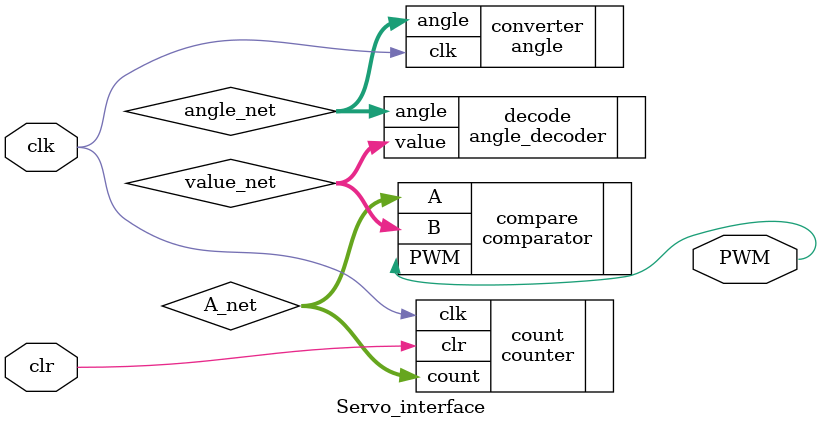
<source format=v>
`timescale 1ns / 1ps

module Servo_interface (
    input clr,
    input clk,
    output PWM
    );
    
    wire [19:0] A_net;
    wire [19:0] value_net;
    wire [8:0] angle_net;
    
    // Convert the incoming switch value
    // to an angle.
    angle converter(
        .clk(clk),
        .angle(angle_net)
        );
    
    // Convert the angle value to 
    // the constant value needed for the PWM.
    angle_decoder decode(
        .angle(angle_net),
        .value(value_net)
        );
    
    // Compare the count value from the
    // counter, with the constant value set by
    // the switches.
    comparator compare(
        .A(A_net),
        .B(value_net),
        .PWM(PWM)
        );
      
    // Counts up to a certain value and then resets.
    // This module creates the refresh rate of 20ms.   
    counter count(
        .clr(clr),
        .clk(clk),
        .count(A_net)
        );
        
endmodule

</source>
